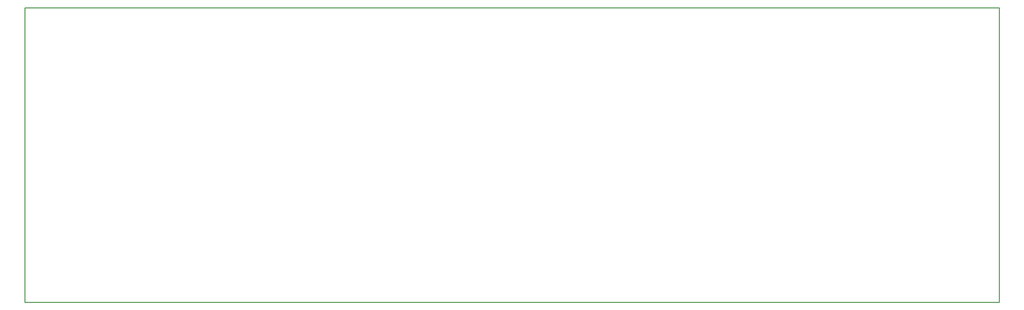
<source format=gko>
G04 Layer_Color=16711935*
%FSLAX25Y25*%
%MOIN*%
G70*
G01*
G75*
%ADD21C,0.01000*%
D21*
X61500Y187000D02*
Y503500D01*
X1109000D01*
Y187000D02*
Y503500D01*
X61500Y187000D02*
X1109000D01*
M02*

</source>
